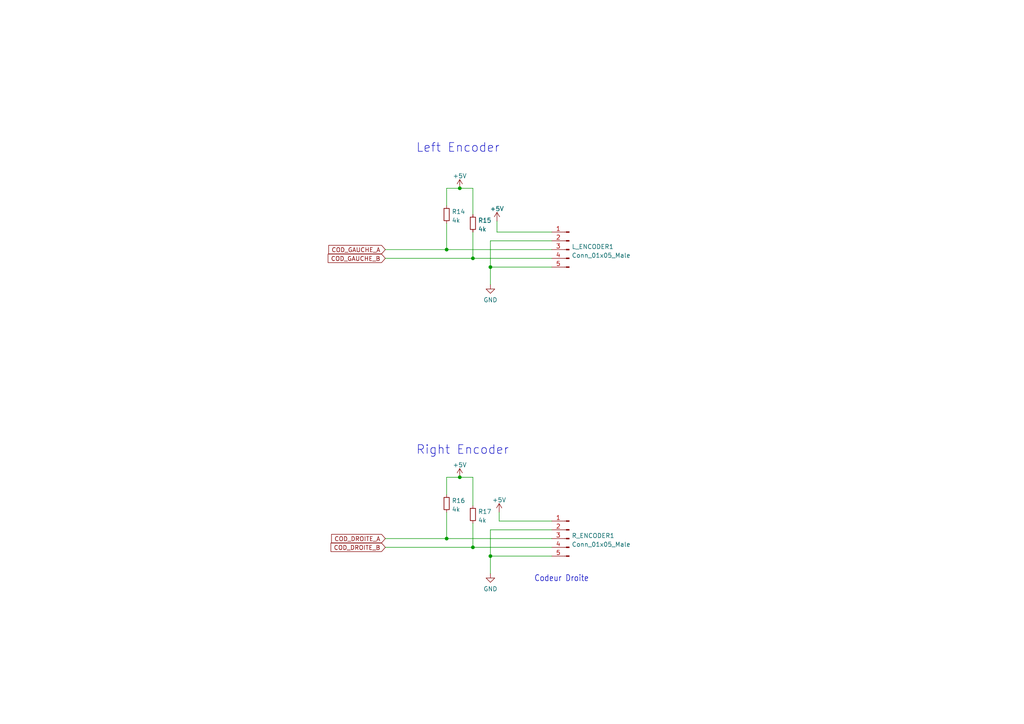
<source format=kicad_sch>
(kicad_sch (version 20230121) (generator eeschema)
  (paper "A4")
  (lib_symbols
    (symbol "Connector:Conn_01x05_Male" (pin_names (offset 1.016) hide)
      (property "Reference" "J" (at 0 7.62 0))
      (property "Value" "Conn_01x05_Male" (at 0 -7.62 0))
      (symbol "Conn_01x05_Male_1_1"
        (polyline (pts (xy 1.27 -5.08) (xy 0.8636 -5.08)) (stroke (width 0.1524)))
        (polyline (pts (xy 1.27 -2.54) (xy 0.8636 -2.54)) (stroke (width 0.1524)))
        (polyline (pts (xy 1.27 0) (xy 0.8636 0)) (stroke (width 0.1524)))
        (polyline (pts (xy 1.27 2.54) (xy 0.8636 2.54)) (stroke (width 0.1524)))
        (polyline (pts (xy 1.27 5.08) (xy 0.8636 5.08)) (stroke (width 0.1524)))
        (rectangle (start 0.8636 -4.953) (end 0 -5.207) (stroke (width 0.1524)) (fill (type outline)))
        (rectangle (start 0.8636 -2.413) (end 0 -2.667) (stroke (width 0.1524)) (fill (type outline)))
        (rectangle (start 0.8636 0.127) (end 0 -0.127) (stroke (width 0.1524)) (fill (type outline)))
        (rectangle (start 0.8636 2.667) (end 0 2.413) (stroke (width 0.1524)) (fill (type outline)))
        (rectangle (start 0.8636 5.207) (end 0 4.953) (stroke (width 0.1524)) (fill (type outline)))
        (pin passive line (at 5.08 5.08 180) (length 3.81) (name "Pin_1") (number "1"))
        (pin passive line (at 5.08 2.54 180) (length 3.81) (name "Pin_2") (number "2"))
        (pin passive line (at 5.08 0 180) (length 3.81) (name "Pin_3") (number "3"))
        (pin passive line (at 5.08 -2.54 180) (length 3.81) (name "Pin_4") (number "4"))
        (pin passive line (at 5.08 -5.08 180) (length 3.81) (name "Pin_5") (number "5"))
      )
    )
    (symbol "Device:R_Small" (pin_numbers hide) (pin_names (offset 0.254) hide)
      (property "Reference" "R" (at 0.762 0.508 0))
      (property "Value" "R_Small" (at 0.762 -1.016 0))
      (symbol "R_Small_0_1"
        (rectangle (start -0.762 1.778) (end 0.762 -1.778) (stroke (width 0.2032)))
      )
      (symbol "R_Small_1_1"
        (pin passive line (at 0 2.54 270) (length 0.762) (name "~") (number "1"))
        (pin passive line (at 0 -2.54 90) (length 0.762) (name "~") (number "2"))
      )
    )
    (symbol "power:+5V" (power) (pin_names (offset 0))
      (property "Value" "+5V" (at 0 3.556 0))
      (symbol "+5V_0_1"
        (polyline (pts (xy -0.762 1.27) (xy 0 2.54)))
        (polyline (pts (xy 0 0) (xy 0 2.54)))
        (polyline (pts (xy 0 2.54) (xy 0.762 1.27)))
      )
      (symbol "+5V_1_1"
        (pin power_in line (at 0 0 90) (length 0) hide (name "+5V") (number "1"))
      )
    )
    (symbol "power:GND" (power) (pin_names (offset 0))
      (property "Value" "GND" (at 0 -3.81 0))
      (symbol "GND_0_1"
        (polyline (pts (xy 0 0) (xy 0 -1.27) (xy 1.27 -1.27) (xy 0 -2.54) (xy -1.27 -1.27) (xy 0 -1.27)))
      )
      (symbol "GND_1_1"
        (pin power_in line (at 0 0 270) (length 0) hide (name "GND") (number "1"))
      )
    )
  )
  (junction (at 142.24 161.29))
  (junction (at 142.24 77.47))
  (junction (at 133.35 138.43))
  (junction (at 137.16 74.93))
  (junction (at 133.35 54.61))
  (junction (at 129.54 156.21))
  (junction (at 129.54 72.39))
  (junction (at 137.16 158.75))
  (wire (pts (xy 137.16 158.75) (xy 160.02 158.75)))
  (wire (pts (xy 144.78 148.59) (xy 144.78 151.13)))
  (wire (pts (xy 142.24 161.29) (xy 160.02 161.29)))
  (wire (pts (xy 129.54 156.21) (xy 111.76 156.21)))
  (wire (pts (xy 137.16 158.75) (xy 111.76 158.75)))
  (wire (pts (xy 129.54 72.39) (xy 111.76 72.39)))
  (wire (pts (xy 137.16 54.61) (xy 137.16 62.23)))
  (wire (pts (xy 137.16 151.765) (xy 137.16 158.75)))
  (wire (pts (xy 133.35 54.61) (xy 137.16 54.61)))
  (wire (pts (xy 142.24 161.29) (xy 142.24 153.67)))
  (wire (pts (xy 144.78 151.13) (xy 160.02 151.13)))
  (wire (pts (xy 137.16 67.31) (xy 137.16 74.93)))
  (wire (pts (xy 129.54 54.61) (xy 129.54 59.69)))
  (wire (pts (xy 142.24 77.47) (xy 160.02 77.47)))
  (wire (pts (xy 137.16 138.43) (xy 137.16 146.685)))
  (wire (pts (xy 142.24 69.85) (xy 160.02 69.85)))
  (wire (pts (xy 142.24 153.67) (xy 160.02 153.67)))
  (wire (pts (xy 129.54 54.61) (xy 133.35 54.61)))
  (wire (pts (xy 142.24 77.47) (xy 142.24 69.85)))
  (wire (pts (xy 133.35 138.43) (xy 137.16 138.43)))
  (wire (pts (xy 160.02 156.21) (xy 129.54 156.21)))
  (wire (pts (xy 129.54 64.77) (xy 129.54 72.39)))
  (wire (pts (xy 144.145 67.31) (xy 160.02 67.31)))
  (wire (pts (xy 137.16 74.93) (xy 160.02 74.93)))
  (wire (pts (xy 129.54 72.39) (xy 160.02 72.39)))
  (wire (pts (xy 142.24 166.37) (xy 142.24 161.29)))
  (wire (pts (xy 129.54 138.43) (xy 133.35 138.43)))
  (wire (pts (xy 137.16 74.93) (xy 111.76 74.93)))
  (wire (pts (xy 144.145 64.135) (xy 144.145 67.31)))
  (wire (pts (xy 142.24 82.55) (xy 142.24 77.47)))
  (wire (pts (xy 129.54 138.43) (xy 129.54 143.51)))
  (wire (pts (xy 129.54 148.59) (xy 129.54 156.21)))
  (text "Codeur Droite" (at 154.94 168.91 0) (effects (font (size 1.778 1.5113)) (justify left bottom)))
  (text "Left Encoder" (at 120.65 44.45 0) (effects (font (size 2.54 2.54)) (justify left bottom)))
  (text "Right Encoder" (at 120.65 132.08 0) (effects (font (size 2.54 2.54)) (justify left bottom)))
  (global_label "COD_GAUCHE_A" (shape input) (at 111.76 72.39 180) (effects (font (size 1.2446 1.2446))) (property "Intersheetrefs" "${INTERSHEET_REFS}" (effects hide)))
  (global_label "COD_DROITE_B" (shape input) (at 111.76 158.75 180) (effects (font (size 1.2446 1.2446))) (property "Intersheetrefs" "${INTERSHEET_REFS}" (effects hide)))
  (global_label "COD_GAUCHE_B" (shape input) (at 111.76 74.93 180) (effects (font (size 1.2446 1.2446))) (property "Intersheetrefs" "${INTERSHEET_REFS}" (effects hide)))
  (global_label "COD_DROITE_A" (shape input) (at 111.76 156.21 180) (effects (font (size 1.2446 1.2446))) (property "Intersheetrefs" "${INTERSHEET_REFS}" (effects hide)))
  (symbol (lib_id "power:+5V") (at 133.35 54.61 0) (unit 1)
    (property "Reference" "#PWR048" (effects hide))
    (property "Value" "+5V" (at 133.35 51.0342 0))
  )
  (symbol (lib_id "power:+5V") (at 133.35 138.43 0) (unit 1)
    (property "Reference" "#PWR051" (effects hide))
    (property "Value" "+5V" (at 133.35 134.8542 0))
  )
  (symbol (lib_id "power:+5V") (at 144.145 64.135 0) (unit 1)
    (property "Reference" "#PWR049" (effects hide))
    (property "Value" "+5V" (at 144.145 60.5592 0))
  )
  (symbol (lib_id "Device:R_Small") (at 137.16 149.225 0) (unit 1)
    (property "Reference" "R17" (at 138.6586 148.3903 0) (effects (justify left)))
    (property "Value" "4k" (at 138.6586 150.9272 0) (effects (justify left)))
    (property "Footprint" "Resistor_SMD:R_0805_2012Metric_Pad1.20x1.40mm_HandSolder" (effects hide))
  )
  (symbol (lib_id "power:GND") (at 142.24 82.55 0) (unit 1)
    (property "Reference" "#PWR050" (effects hide))
    (property "Value" "GND" (at 142.24 86.9934 0))
  )
  (symbol (lib_id "Connector:Conn_01x05_Male") (at 165.1 156.21 0) (mirror y) (unit 1)
    (property "Reference" "R_ENCODER1" (at 165.8112 155.3753 0) (effects (justify right)))
    (property "Value" "Conn_01x05_Male" (at 165.8112 157.9122 0) (effects (justify right)))
    (property "Footprint" "Connector_JST:JST_XH_B5B-XH-A_1x05_P2.50mm_Vertical" (effects hide))
  )
  (symbol (lib_id "power:GND") (at 142.24 166.37 0) (unit 1)
    (property "Reference" "#PWR053" (effects hide))
    (property "Value" "GND" (at 142.24 170.8134 0))
  )
  (symbol (lib_id "Device:R_Small") (at 137.16 64.77 0) (unit 1)
    (property "Reference" "R15" (at 138.6586 63.9353 0) (effects (justify left)))
    (property "Value" "4k" (at 138.6586 66.4722 0) (effects (justify left)))
    (property "Footprint" "Resistor_SMD:R_0805_2012Metric_Pad1.20x1.40mm_HandSolder" (effects hide))
  )
  (symbol (lib_id "power:+5V") (at 144.78 148.59 0) (unit 1)
    (property "Reference" "#PWR052" (effects hide))
    (property "Value" "+5V" (at 144.78 145.0142 0))
  )
  (symbol (lib_id "Device:R_Small") (at 129.54 62.23 0) (unit 1)
    (property "Reference" "R14" (at 131.0386 61.3953 0) (effects (justify left)))
    (property "Value" "4k" (at 131.0386 63.9322 0) (effects (justify left)))
    (property "Footprint" "Resistor_SMD:R_0805_2012Metric_Pad1.20x1.40mm_HandSolder" (effects hide))
  )
  (symbol (lib_id "Device:R_Small") (at 129.54 146.05 0) (unit 1)
    (property "Reference" "R16" (at 131.0386 145.2153 0) (effects (justify left)))
    (property "Value" "4k" (at 131.0386 147.7522 0) (effects (justify left)))
    (property "Footprint" "Resistor_SMD:R_0805_2012Metric_Pad1.20x1.40mm_HandSolder" (effects hide))
  )
  (symbol (lib_id "Connector:Conn_01x05_Male") (at 165.1 72.39 0) (mirror y) (unit 1)
    (property "Reference" "L_ENCODER1" (at 165.8112 71.5553 0) (effects (justify right)))
    (property "Value" "Conn_01x05_Male" (at 165.8112 74.0922 0) (effects (justify right)))
    (property "Footprint" "Connector_JST:JST_XH_B5B-XH-A_1x05_P2.50mm_Vertical" (effects hide))
  )
)
</source>
